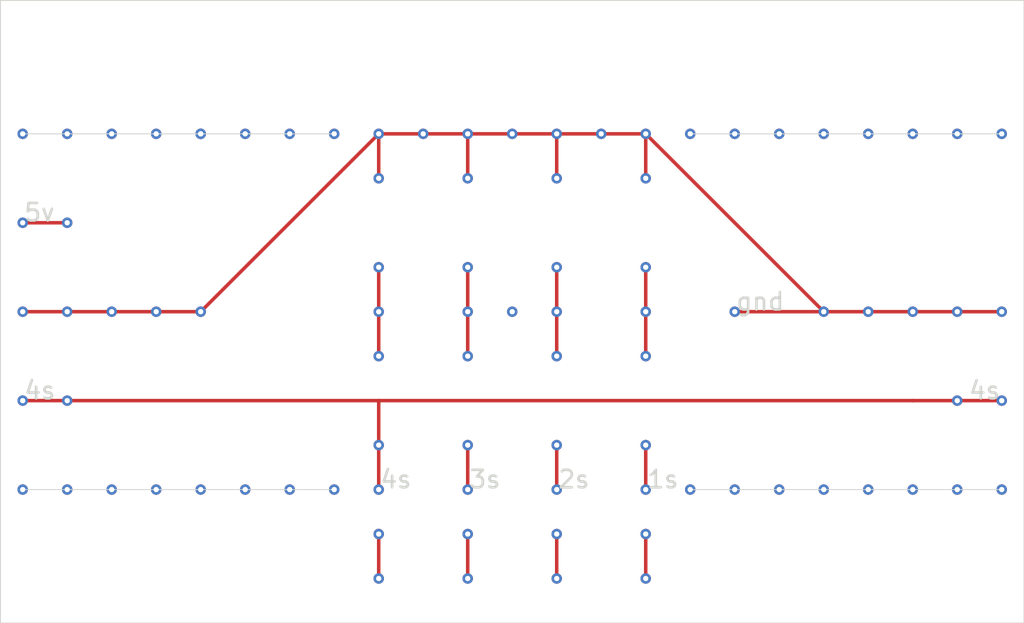
<source format=kicad_pcb>
(kicad_pcb
	(version 20240108)
	(generator "pcbnew")
	(generator_version "8.0")
	(general
		(thickness 1.6)
		(legacy_teardrops no)
	)
	(paper "A4")
	(layers
		(0 "F.Cu" signal)
		(31 "B.Cu" signal)
		(32 "B.Adhes" user "B.Adhesive")
		(33 "F.Adhes" user "F.Adhesive")
		(34 "B.Paste" user)
		(35 "F.Paste" user)
		(36 "B.SilkS" user "B.Silkscreen")
		(37 "F.SilkS" user "F.Silkscreen")
		(38 "B.Mask" user)
		(39 "F.Mask" user)
		(40 "Dwgs.User" user "User.Drawings")
		(41 "Cmts.User" user "User.Comments")
		(42 "Eco1.User" user "User.Eco1")
		(43 "Eco2.User" user "User.Eco2")
		(44 "Edge.Cuts" user)
		(45 "Margin" user)
		(46 "B.CrtYd" user "B.Courtyard")
		(47 "F.CrtYd" user "F.Courtyard")
		(48 "B.Fab" user)
		(49 "F.Fab" user)
		(50 "User.1" user)
		(51 "User.2" user)
		(52 "User.3" user)
		(53 "User.4" user)
		(54 "User.5" user)
		(55 "User.6" user)
		(56 "User.7" user)
		(57 "User.8" user)
		(58 "User.9" user)
	)
	(setup
		(pad_to_mask_clearance 0)
		(allow_soldermask_bridges_in_footprints no)
		(pcbplotparams
			(layerselection 0x00010fc_ffffffff)
			(plot_on_all_layers_selection 0x0000000_00000000)
			(disableapertmacros no)
			(usegerberextensions no)
			(usegerberattributes yes)
			(usegerberadvancedattributes yes)
			(creategerberjobfile yes)
			(dashed_line_dash_ratio 12.000000)
			(dashed_line_gap_ratio 3.000000)
			(svgprecision 4)
			(plotframeref no)
			(viasonmask no)
			(mode 1)
			(useauxorigin no)
			(hpglpennumber 1)
			(hpglpenspeed 20)
			(hpglpendiameter 15.000000)
			(pdf_front_fp_property_popups yes)
			(pdf_back_fp_property_popups yes)
			(dxfpolygonmode yes)
			(dxfimperialunits yes)
			(dxfusepcbnewfont yes)
			(psnegative no)
			(psa4output no)
			(plotreference yes)
			(plotvalue yes)
			(plotfptext yes)
			(plotinvisibletext no)
			(sketchpadsonfab no)
			(subtractmaskfromsilk no)
			(outputformat 1)
			(mirror no)
			(drillshape 1)
			(scaleselection 1)
			(outputdirectory "")
		)
	)
	(net 0 "")
	(gr_line
		(start 182.88 88.9)
		(end 165.1 88.9)
		(stroke
			(width 0.05)
			(type default)
		)
		(layer "Edge.Cuts")
		(uuid "2073f8fa-1799-4602-a168-730710b86766")
	)
	(gr_line
		(start 184.15 116.84)
		(end 125.73 116.84)
		(stroke
			(width 0.05)
			(type default)
		)
		(layer "Edge.Cuts")
		(uuid "bb0095b3-9bd9-412e-a1f8-d1f6b76969fa")
	)
	(gr_line
		(start 165.1 109.22)
		(end 182.88 109.22)
		(stroke
			(width 0.05)
			(type default)
		)
		(layer "Edge.Cuts")
		(uuid "da6a338b-f597-4fa7-8e61-b0db591f302d")
	)
	(gr_line
		(start 127 109.22)
		(end 144.78 109.22)
		(stroke
			(width 0.05)
			(type default)
		)
		(layer "Edge.Cuts")
		(uuid "da7dc1e7-2e97-44c1-8a5b-dd2cb3639190")
	)
	(gr_line
		(start 144.78 88.9)
		(end 127 88.9)
		(stroke
			(width 0.05)
			(type default)
		)
		(layer "Edge.Cuts")
		(uuid "e0c36056-04b8-40c4-b70b-c08a59835c11")
	)
	(gr_line
		(start 125.73 116.84)
		(end 125.73 81.28)
		(stroke
			(width 0.05)
			(type default)
		)
		(layer "Edge.Cuts")
		(uuid "e823d117-7d42-4c6e-bbe4-0b7f07ff3b7c")
	)
	(gr_line
		(start 125.73 81.28)
		(end 184.15 81.28)
		(stroke
			(width 0.05)
			(type default)
		)
		(layer "Edge.Cuts")
		(uuid "f2febaeb-0617-4600-a65f-8627b8c6d8ff")
	)
	(gr_line
		(start 184.15 81.28)
		(end 184.15 116.84)
		(stroke
			(width 0.05)
			(type default)
		)
		(layer "Edge.Cuts")
		(uuid "faaf67e5-1bbd-4b03-b74e-7657470d808c")
	)
	(gr_text "4s"
		(at 147.32 109.22 0)
		(layer "Edge.Cuts")
		(uuid "183e4e35-7279-4f72-87b4-934093ff19a8")
		(effects
			(font
				(size 1 1)
				(thickness 0.15)
			)
			(justify left bottom)
		)
	)
	(gr_text "gnd"
		(at 167.64 99.06 0)
		(layer "Edge.Cuts")
		(uuid "921eb611-d7ef-4c33-a669-c105c185d36e")
		(effects
			(font
				(size 1 1)
				(thickness 0.15)
			)
			(justify left bottom)
		)
	)
	(gr_text "4s"
		(at 127 104.14 0)
		(layer "Edge.Cuts")
		(uuid "9af4243f-9baa-47b8-82dc-e89d0959842c")
		(effects
			(font
				(size 1 1)
				(thickness 0.15)
			)
			(justify left bottom)
		)
	)
	(gr_text "1s"
		(at 162.56 109.22 0)
		(layer "Edge.Cuts")
		(uuid "b0b941f7-2091-4e1a-8ef7-7e0eca3ba348")
		(effects
			(font
				(size 1 1)
				(thickness 0.15)
			)
			(justify left bottom)
		)
	)
	(gr_text "5v"
		(at 127 93.98 0)
		(layer "Edge.Cuts")
		(uuid "c71c1a77-d40e-4700-b2e0-cc3462d5b337")
		(effects
			(font
				(size 1 1)
				(thickness 0.15)
			)
			(justify left bottom)
		)
	)
	(gr_text "2s"
		(at 157.48 109.22 0)
		(layer "Edge.Cuts")
		(uuid "d25a5870-fa40-4b04-9743-d1f20d6f7aad")
		(effects
			(font
				(size 1 1)
				(thickness 0.15)
			)
			(justify left bottom)
		)
	)
	(gr_text "4s"
		(at 182.88 104.14 0)
		(layer "Edge.Cuts")
		(uuid "d496af10-670a-4f4f-9649-975a04ce09e7")
		(effects
			(font
				(size 1 1)
				(thickness 0.15)
			)
			(justify right bottom)
		)
	)
	(gr_text "3s"
		(at 152.4 109.22 0)
		(layer "Edge.Cuts")
		(uuid "ed6b2048-ac6b-4ccf-a89e-d799527ae4ad")
		(effects
			(font
				(size 1 1)
				(thickness 0.15)
			)
			(justify left bottom)
		)
	)
	(segment
		(start 160.02 88.9)
		(end 157.48 88.9)
		(width 0.2)
		(layer "F.Cu")
		(net 0)
		(uuid "02d1768d-3f60-4da8-9111-4b67c23ffde7")
	)
	(segment
		(start 157.48 88.9)
		(end 154.94 88.9)
		(width 0.2)
		(layer "F.Cu")
		(net 0)
		(uuid "0fc76a7f-8e56-462e-aeaf-b1eaac55a3eb")
	)
	(segment
		(start 154.94 88.9)
		(end 152.4 88.9)
		(width 0.2)
		(layer "F.Cu")
		(net 0)
		(uuid "18701bb9-8a9f-43c2-ae46-34729cac2d40")
	)
	(segment
		(start 127 104.14)
		(end 129.54 104.14)
		(width 0.2)
		(layer "F.Cu")
		(net 0)
		(uuid "18856d98-8380-4bc5-a577-e1f35d150cdd")
	)
	(segment
		(start 162.56 96.52)
		(end 162.56 101.6)
		(width 0.2)
		(layer "F.Cu")
		(net 0)
		(uuid "18a6a145-b478-4e98-a045-f1c340982a28")
	)
	(segment
		(start 160.02 88.9)
		(end 162.56 88.9)
		(width 0.2)
		(layer "F.Cu")
		(net 0)
		(uuid "19cd2741-8674-49d7-983a-8d5b2c85baed")
	)
	(segment
		(start 162.56 106.68)
		(end 162.56 109.22)
		(width 0.2)
		(layer "F.Cu")
		(net 0)
		(uuid "1c5195c5-4eed-4fec-8ed2-2a235b726551")
	)
	(segment
		(start 152.4 88.9)
		(end 152.4 91.44)
		(width 0.2)
		(layer "F.Cu")
		(net 0)
		(uuid "22558ab5-55bb-413b-94e8-0344f3eb9e1e")
	)
	(segment
		(start 147.32 88.9)
		(end 137.16 99.06)
		(width 0.2)
		(layer "F.Cu")
		(net 0)
		(uuid "2428a081-139a-4149-a824-c801df68ec3a")
	)
	(segment
		(start 180.34 104.14)
		(end 182.88 104.14)
		(width 0.2)
		(layer "F.Cu")
		(net 0)
		(uuid "28bfe665-57ef-47a0-a885-447dc869e60c")
	)
	(segment
		(start 172.72 99.06)
		(end 175.26 99.06)
		(width 0.2)
		(layer "F.Cu")
		(net 0)
		(uuid "33ba8014-018f-44eb-9987-33c4a7af19a0")
	)
	(segment
		(start 175.26 99.06)
		(end 177.8 99.06)
		(width 0.2)
		(layer "F.Cu")
		(net 0)
		(uuid "3c702275-8d94-42f3-aaef-20a0547f7e32")
	)
	(segment
		(start 147.32 88.9)
		(end 147.32 91.44)
		(width 0.2)
		(layer "F.Cu")
		(net 0)
		(uuid "3d919c72-0c28-49bd-ab37-585a8f73360d")
	)
	(segment
		(start 147.32 104.14)
		(end 147.32 106.68)
		(width 0.2)
		(layer "F.Cu")
		(net 0)
		(uuid "48aa8fcb-34cb-493c-978e-deb5add3be5e")
	)
	(segment
		(start 167.64 99.06)
		(end 172.72 99.06)
		(width 0.2)
		(layer "F.Cu")
		(net 0)
		(uuid "4a779210-9764-436b-bb74-c094b326c4ba")
	)
	(segment
		(start 157.48 111.76)
		(end 157.48 114.3)
		(width 0.2)
		(layer "F.Cu")
		(net 0)
		(uuid "4c84f80b-6c6b-4008-8bf0-0145e402bb6a")
	)
	(segment
		(start 157.48 96.52)
		(end 157.48 101.6)
		(width 0.2)
		(layer "F.Cu")
		(net 0)
		(uuid "4e077af4-4325-42bc-ba60-73ea56a3ecbe")
	)
	(segment
		(start 152.4 96.52)
		(end 152.4 101.6)
		(width 0.2)
		(layer "F.Cu")
		(net 0)
		(uuid "5603608b-3c9b-4f32-8f71-960d95b9b531")
	)
	(segment
		(start 129.54 104.14)
		(end 147.32 104.14)
		(width 0.2)
		(layer "F.Cu")
		(net 0)
		(uuid "5880c01a-7f2e-47cf-8673-bae678a30064")
	)
	(segment
		(start 134.62 99.06)
		(end 132.08 99.06)
		(width 0.2)
		(layer "F.Cu")
		(net 0)
		(uuid "620d421b-e0c1-4533-b3d2-c666359bbd82")
	)
	(segment
		(start 152.4 109.22)
		(end 152.4 106.68)
		(width 0.2)
		(layer "F.Cu")
		(net 0)
		(uuid "78c96a86-4098-4ccb-beee-81cb4a66ef2c")
	)
	(segment
		(start 152.4 111.76)
		(end 152.4 114.3)
		(width 0.2)
		(layer "F.Cu")
		(net 0)
		(uuid "7b438174-255b-4042-9d81-3057ca6f6355")
	)
	(segment
		(start 162.56 111.76)
		(end 162.56 114.3)
		(width 0.2)
		(layer "F.Cu")
		(net 0)
		(uuid "7f48e7c8-6746-47a0-bfda-505fcc085a14")
	)
	(segment
		(start 132.08 99.06)
		(end 129.54 99.06)
		(width 0.2)
		(layer "F.Cu")
		(net 0)
		(uuid "8157d320-b02d-48ec-bbdb-36112862e10e")
	)
	(segment
		(start 180.34 99.06)
		(end 182.88 99.06)
		(width 0.2)
		(layer "F.Cu")
		(net 0)
		(uuid "857249f3-18a4-4d4c-b0de-cc34c143bda7")
	)
	(segment
		(start 147.32 96.52)
		(end 147.32 101.6)
		(width 0.2)
		(layer "F.Cu")
		(net 0)
		(uuid "8c2bea2d-7a5c-4f68-be0f-c328508e52a6")
	)
	(segment
		(start 127 93.98)
		(end 129.54 93.98)
		(width 0.2)
		(layer "F.Cu")
		(net 0)
		(uuid "9bb36a91-8955-4f48-b6c8-b948e46e8f29")
	)
	(segment
		(start 147.32 109.22)
		(end 147.32 106.68)
		(width 0.2)
		(layer "F.Cu")
		(net 0)
		(uuid "a921abff-5eff-407a-aa0d-911fc536a5c4")
	)
	(segment
		(start 149.86 88.9)
		(end 147.32 88.9)
		(width 0.2)
		(layer "F.Cu")
		(net 0)
		(uuid "a994237e-bbb0-4ea4-83bf-401d864a159d")
	)
	(segment
		(start 157.48 106.68)
		(end 157.48 109.22)
		(width 0.2)
		(layer "F.Cu")
		(net 0)
		(uuid "af5aa096-b661-4289-988c-04ba45316ac2")
	)
	(segment
		(start 147.32 111.76)
		(end 147.32 114.3)
		(width 0.2)
		(layer "F.Cu")
		(net 0)
		(uuid "b8517693-890c-4f8c-b5b3-bc1a4783e8f7")
	)
	(segment
		(start 177.8 99.06)
		(end 180.34 99.06)
		(width 0.2)
		(layer "F.Cu")
		(net 0)
		(uuid "bd6b3559-b86d-49f4-8dd9-d17ad599fd9d")
	)
	(segment
		(start 129.54 99.06)
		(end 127 99.06)
		(width 0.2)
		(layer "F.Cu")
		(net 0)
		(uuid "c181d651-b28b-4722-a80b-4522c8a13ca2")
	)
	(segment
		(start 162.56 91.44)
		(end 162.56 88.9)
		(width 0.2)
		(layer "F.Cu")
		(net 0)
		(uuid "d3f3e33c-ce52-4b31-84eb-49de42969fee")
	)
	(segment
		(start 147.32 104.14)
		(end 177.8 104.14)
		(width 0.2)
		(layer "F.Cu")
		(net 0)
		(uuid "d68013e1-4e5c-499a-a4f7-fcd1b61c2855")
	)
	(segment
		(start 137.16 99.06)
		(end 134.62 99.06)
		(width 0.2)
		(layer "F.Cu")
		(net 0)
		(uuid "df195363-afa8-408b-9ba4-9612edb8498a")
	)
	(segment
		(start 152.4 88.9)
		(end 149.86 88.9)
		(width 0.2)
		(layer "F.Cu")
		(net 0)
		(uuid "e1d8f41f-da5d-496d-b184-f2b950d454fc")
	)
	(segment
		(start 157.48 91.44)
		(end 157.48 88.9)
		(width 0.2)
		(layer "F.Cu")
		(net 0)
		(uuid "ee56d195-2b4a-44aa-a500-1243112f9d3f")
	)
	(segment
		(start 177.8 104.14)
		(end 180.34 104.14)
		(width 0.2)
		(layer "F.Cu")
		(net 0)
		(uuid "ef29be9a-5b17-4f78-8a60-3604e77e9cea")
	)
	(segment
		(start 172.72 99.06)
		(end 162.56 88.9)
		(width 0.2)
		(layer "F.Cu")
		(net 0)
		(uuid "fbb0a0d7-cc85-4445-95e6-4f73d2043431")
	)
	(via
		(at 167.64 99.06)
		(size 0.6)
		(drill 0.3)
		(layers "F.Cu" "B.Cu")
		(net 0)
		(uuid "030bd1df-6b6d-460e-99c1-cd1842335417")
	)
	(via
		(at 172.72 109.22)
		(size 0.6)
		(drill 0.3)
		(layers "F.Cu" "B.Cu")
		(net 0)
		(uuid "0540f32f-6601-4709-8952-5f26bc6cc603")
	)
	(via
		(at 162.56 91.44)
		(size 0.6)
		(drill 0.3)
		(layers "F.Cu" "B.Cu")
		(net 0)
		(uuid "0cf2d13f-ad65-466f-935e-83f8b3238d52")
	)
	(via
		(at 157.48 109.22)
		(size 0.6)
		(drill 0.3)
		(layers "F.Cu" "B.Cu")
		(net 0)
		(uuid "0df4fb90-607d-4473-9e0d-6365e33ef17b")
	)
	(via
		(at 162.56 88.9)
		(size 0.6)
		(drill 0.3)
		(layers "F.Cu" "B.Cu")
		(net 0)
		(uuid "0e982e34-de8f-4a34-97eb-1dba7d465b2b")
	)
	(via
		(at 152.4 106.68)
		(size 0.6)
		(drill 0.3)
		(layers "F.Cu" "B.Cu")
		(net 0)
		(uuid "1068c462-0b34-4d3c-80d4-b30954f73738")
	)
	(via
		(at 147.32 99.06)
		(size 0.6)
		(drill 0.3)
		(layers "F.Cu" "B.Cu")
		(net 0)
		(uuid "10c85fa4-b476-4314-8fc2-23acdf6e9b5c")
	)
	(via
		(at 152.4 88.9)
		(size 0.6)
		(drill 0.3)
		(layers "F.Cu" "B.Cu")
		(net 0)
		(uuid "1a8217af-68f8-452b-aab9-00b88d5a196b")
	)
	(via
		(at 157.48 101.6)
		(size 0.6)
		(drill 0.3)
		(layers "F.Cu" "B.Cu")
		(net 0)
		(uuid "1cea5c78-98c6-48e7-9a06-d3853438575b")
	)
	(via
		(at 152.4 114.3)
		(size 0.6)
		(drill 0.3)
		(layers "F.Cu" "B.Cu")
		(net 0)
		(uuid "231ca6f8-a7cb-47ea-92aa-69cbbc675db5")
	)
	(via
		(at 147.32 109.22)
		(size 0.6)
		(drill 0.3)
		(layers "F.Cu" "B.Cu")
		(net 0)
		(uuid "29733061-f3e7-4cc1-a89f-00fbf321deea")
	)
	(via
		(at 157.48 91.44)
		(size 0.6)
		(drill 0.3)
		(layers "F.Cu" "B.Cu")
		(net 0)
		(uuid "2ac919ed-35ca-4bf3-b8be-0451b8264205")
	)
	(via
		(at 127 88.9)
		(size 0.6)
		(drill 0.3)
		(layers "F.Cu" "B.Cu")
		(net 0)
		(uuid "2cab594f-bcd2-41c1-84f0-503c00da6dc9")
	)
	(via
		(at 182.88 88.9)
		(size 0.6)
		(drill 0.3)
		(layers "F.Cu" "B.Cu")
		(net 0)
		(uuid "2f6b20cb-756b-418d-b1db-cd58a574e716")
	)
	(via
		(at 129.54 104.14)
		(size 0.6)
		(drill 0.3)
		(layers "F.Cu" "B.Cu")
		(net 0)
		(uuid "32a100f2-e909-41a4-a1a9-bd85b2986076")
	)
	(via
		(at 175.26 99.06)
		(size 0.6)
		(drill 0.3)
		(layers "F.Cu" "B.Cu")
		(net 0)
		(uuid "36026fd1-36c8-4eec-bfaa-047dcc1a1ec6")
	)
	(via
		(at 134.62 99.06)
		(size 0.6)
		(drill 0.3)
		(layers "F.Cu" "B.Cu")
		(net 0)
		(uuid "3bf139e3-9239-40b4-a81d-ab399db7a3f9")
	)
	(via
		(at 177.8 99.06)
		(size 0.6)
		(drill 0.3)
		(layers "F.Cu" "B.Cu")
		(net 0)
		(uuid "3d1fc549-468e-4310-a004-895cf17dbc94")
	)
	(via
		(at 127 104.14)
		(size 0.6)
		(drill 0.3)
		(layers "F.Cu" "B.Cu")
		(net 0)
		(uuid "3eb08e0d-2264-4596-b816-ff82f85f6bfe")
	)
	(via
		(at 137.16 88.9)
		(size 0.6)
		(drill 0.3)
		(layers "F.Cu" "B.Cu")
		(net 0)
		(uuid "425bd672-6fb3-485a-bd6f-489e0fc9d9f6")
	)
	(via
		(at 157.48 99.06)
		(size 0.6)
		(drill 0.3)
		(layers "F.Cu" "B.Cu")
		(net 0)
		(uuid "4635408c-bdf4-44f7-ad1d-cbe373d23755")
	)
	(via
		(at 162.56 109.22)
		(size 0.6)
		(drill 0.3)
		(layers "F.Cu" "B.Cu")
		(net 0)
		(uuid "471e8155-24be-4d30-af37-3b3c7616cfa7")
	)
	(via
		(at 167.64 88.9)
		(size 0.6)
		(drill 0.3)
		(layers "F.Cu" "B.Cu")
		(net 0)
		(uuid "4ac37c79-3851-4a52-847d-96c724f8ce93")
	)
	(via
		(at 180.34 99.06)
		(size 0.6)
		(drill 0.3)
		(layers "F.Cu" "B.Cu")
		(net 0)
		(uuid "56be2d3e-c8e3-4f0b-801e-e27c7daf94cc")
	)
	(via
		(at 137.16 99.06)
		(size 0.6)
		(drill 0.3)
		(layers "F.Cu" "B.Cu")
		(net 0)
		(uuid "5a20147c-5f9d-4f70-8cfb-04dc82702ec0")
	)
	(via
		(at 180.34 104.14)
		(size 0.6)
		(drill 0.3)
		(layers "F.Cu" "B.Cu")
		(net 0)
		(uuid "5eeda508-c9bd-481f-80e7-1f389d62ab5d")
	)
	(via
		(at 152.4 91.44)
		(size 0.6)
		(drill 0.3)
		(layers "F.Cu" "B.Cu")
		(net 0)
		(uuid "605cb31e-72fc-438a-9e7e-dd7db93559f5")
	)
	(via
		(at 170.18 88.9)
		(size 0.6)
		(drill 0.3)
		(layers "F.Cu" "B.Cu")
		(net 0)
		(uuid "632a5609-32fb-4e2e-96c2-010afbb94c84")
	)
	(via
		(at 182.88 109.22)
		(size 0.6)
		(drill 0.3)
		(layers "F.Cu" "B.Cu")
		(net 0)
		(uuid "649279dc-b6d8-4b34-b738-9d676653b6d0")
	)
	(via
		(at 167.64 109.22)
		(size 0.6)
		(drill 0.3)
		(layers "F.Cu" "B.Cu")
		(net 0)
		(uuid "659acc93-17b9-4dcc-b424-595e93d439d9")
	)
	(via
		(at 127 109.22)
		(size 0.6)
		(drill 0.3)
		(layers "F.Cu" "B.Cu")
		(net 0)
		(uuid "6d6bb6c7-f3b6-4e82-a9e2-8b3154543a0b")
	)
	(via
		(at 162.56 111.76)
		(size 0.6)
		(drill 0.3)
		(layers "F.Cu" "B.Cu")
		(net 0)
		(uuid "6db42ffa-4602-4461-92e7-4ba963e2d359")
	)
	(via
		(at 137.16 109.22)
		(size 0.6)
		(drill 0.3)
		(layers "F.Cu" "B.Cu")
		(net 0)
		(uuid "6e503ec0-474e-4521-90f1-5b5e82a74dcd")
	)
	(via
		(at 132.08 99.06)
		(size 0.6)
		(drill 0.3)
		(layers "F.Cu" "B.Cu")
		(net 0)
		(uuid "6f5815fe-2199-4549-bac5-c8687b1865f0")
	)
	(via
		(at 152.4 101.6)
		(size 0.6)
		(drill 0.3)
		(layers "F.Cu" "B.Cu")
		(net 0)
		(uuid "711a20a6-3b6e-4c52-aceb-d2c7fc57adb5")
	)
	(via
		(at 160.02 88.9)
		(size 0.6)
		(drill 0.3)
		(layers "F.Cu" "B.Cu")
		(net 0)
		(uuid "727cb449-ea4e-46d1-97e2-35c4797a7c93")
	)
	(via
		(at 149.86 88.9)
		(size 0.6)
		(drill 0.3)
		(layers "F.Cu" "B.Cu")
		(net 0)
		(uuid "7eaa1037-c6f4-4f2d-b0ab-686de9f2a1e9")
	)
	(via
		(at 127 99.06)
		(size 0.6)
		(drill 0.3)
		(layers "F.Cu" "B.Cu")
		(net 0)
		(uuid "80d8db25-ed5c-44a5-b56c-b22463bfa95f")
	)
	(via
		(at 152.4 96.52)
		(size 0.6)
		(drill 0.3)
		(layers "F.Cu" "B.Cu")
		(net 0)
		(uuid "8180230c-d1f3-41a4-af3f-c7df55e7c38c")
	)
	(via
		(at 157.48 96.52)
		(size 0.6)
		(drill 0.3)
		(layers "F.Cu" "B.Cu")
		(net 0)
		(uuid "822bc2af-63a6-4bd7-8730-b1dc716ce894")
	)
	(via
		(at 129.54 99.06)
		(size 0.6)
		(drill 0.3)
		(layers "F.Cu" "B.Cu")
		(net 0)
		(uuid "824bf5aa-ed59-47c2-9f9a-a594f80e749e")
	)
	(via
		(at 147.32 101.6)
		(size 0.6)
		(drill 0.3)
		(layers "F.Cu" "B.Cu")
		(net 0)
		(uuid "82b32a1a-b8fd-4053-a736-22de8a09eb97")
	)
	(via
		(at 172.72 99.06)
		(size 0.6)
		(drill 0.3)
		(layers "F.Cu" "B.Cu")
		(net 0)
		(uuid "82fe02b2-2ee6-4f16-9cf6-37d7434f4acf")
	)
	(via
		(at 147.32 111.76)
		(size 0.6)
		(drill 0.3)
		(layers "F.Cu" "B.Cu")
		(net 0)
		(uuid "8321c823-23db-4740-bf90-6db7477cd886")
	)
	(via
		(at 147.32 91.44)
		(size 0.6)
		(drill 0.3)
		(layers "F.Cu" "B.Cu")
		(net 0)
		(uuid "837071ab-6ee5-41f6-a81c-52c70cfd09c9")
	)
	(via
		(at 139.7 109.22)
		(size 0.6)
		(drill 0.3)
		(layers "F.Cu" "B.Cu")
		(net 0)
		(uuid "837b5b38-607c-4736-bb19-5eaca68b338b")
	)
	(via
		(at 134.62 109.22)
		(size 0.6)
		(drill 0.3)
		(layers "F.Cu" "B.Cu")
		(net 0)
		(uuid "910d68b0-fccc-4a8d-99d9-416ecb18f551")
	)
	(via
		(at 144.78 88.9)
		(size 0.6)
		(drill 0.3)
		(layers "F.Cu" "B.Cu")
		(net 0)
		(uuid "91cf4c48-8c01-4f4b-8c7f-b7b1b520a24a")
	)
	(via
		(at 162.56 114.3)
		(size 0.6)
		(drill 0.3)
		(layers "F.Cu" "B.Cu")
		(net 0)
		(uuid "9407c9ec-d9b0-47c8-88d3-c524ca6fec86")
	)
	(via
		(at 152.4 99.06)
		(size 0.6)
		(drill 0.3)
		(layers "F.Cu" "B.Cu")
		(net 0)
		(uuid "9488cef7-c062-47c3-b2b8-0bd232e0e1ca")
	)
	(via
		(at 162.56 96.52)
		(size 0.6)
		(drill 0.3)
		(layers "F.Cu" "B.Cu")
		(net 0)
		(uuid "95424d10-9549-4a49-bbe4-cdbeb1c76871")
	)
	(via
		(at 137.16 88.9)
		(size 0.6)
		(drill 0.3)
		(layers "F.Cu" "B.Cu")
		(net 0)
		(uuid "959c7601-96a7-48d0-aac5-8c9a17b82783")
	)
	(via
		(at 142.24 109.22)
		(size 0.6)
		(drill 0.3)
		(layers "F.Cu" "B.Cu")
		(net 0)
		(uuid "9a1aa870-adb9-43f7-82d9-7d5821dd4052")
	)
	(via
		(at 139.7 88.9)
		(size 0.6)
		(drill 0.3)
		(layers "F.Cu" "B.Cu")
		(net 0)
		(uuid "9b33a15d-b327-4673-b16e-3916858cd788")
	)
	(via
		(at 170.18 109.22)
		(size 0.6)
		(drill 0.3)
		(layers "F.Cu" "B.Cu")
		(net 0)
		(uuid "9b606a53-a644-4f95-8f84-d356ce37d8bb")
	)
	(via
		(at 134.62 88.9)
		(size 0.6)
		(drill 0.3)
		(layers "F.Cu" "B.Cu")
		(net 0)
		(uuid "9ca6ed67-b268-4a97-87d4-26c3025cf008")
	)
	(via
		(at 175.26 88.9)
		(size 0.6)
		(drill 0.3)
		(layers "F.Cu" "B.Cu")
		(net 0)
		(uuid "a0227e51-8d8d-449b-b157-241b42ea5f89")
	)
	(via
		(at 172.72 88.9)
		(size 0.6)
		(drill 0.3)
		(layers "F.Cu" "B.Cu")
		(net 0)
		(uuid "a3998761-42b5-4540-967b-1a777db8d1a4")
	)
	(via
		(at 162.56 99.06)
		(size 0.6)
		(drill 0.3)
		(layers "F.Cu" "B.Cu")
		(net 0)
		(uuid "a4563584-3c0c-4d13-90b8-ca231ad9b9bb")
	)
	(via
		(at 152.4 111.76)
		(size 0.6)
		(drill 0.3)
		(layers "F.Cu" "B.Cu")
		(net 0)
		(uuid "a55396f8-e258-4906-b357-ff87638effba")
	)
	(via
		(at 157.48 88.9)
		(size 0.6)
		(drill 0.3)
		(layers "F.Cu" "B.Cu")
		(net 0)
		(uuid "a8e38979-2528-4736-9e31-2f55e46a1815")
	)
	(via
		(at 165.1 88.9)
		(size 0.6)
		(drill 0.3)
		(layers "F.Cu" "B.Cu")
		(net 0)
		(uuid "ab2f136e-7e2f-4985-b998-91c4561deae8")
	)
	(via
		(at 165.1 109.22)
		(size 0.6)
		(drill 0.3)
		(layers "F.Cu" "B.Cu")
		(net 0)
		(uuid "aff6a7f0-e39a-46bd-964e-994beb57ebed")
	)
	(via
		(at 162.56 101.6)
		(size 0.6)
		(drill 0.3)
		(layers "F.Cu" "B.Cu")
		(net 0)
		(uuid "b1ad55db-12c7-4a8f-b34e-422158f8af00")
	)
	(via
		(at 147.32 106.68)
		(size 0.6)
		(drill 0.3)
		(layers "F.Cu" "B.Cu")
		(net 0)
		(uuid "b5c7f9c1-68be-4db8-a286-4b7154c774fe")
	)
	(via
		(at 154.94 99.06)
		(size 0.6)
		(drill 0.3)
		(layers "F.Cu" "B.Cu")
		(net 0)
		(uuid "b9bb3e30-7e26-4bad-b66c-14e301bd73ba")
	)
	(via
		(at 182.88 99.06)
		(size 0.6)
		(drill 0.3)
		(layers "F.Cu" "B.Cu")
		(net 0)
		(uuid "be154de1-021e-4d7d-a667-b790ad28fe82")
	)
	(via
		(at 127 93.98)
		(size 0.6)
		(drill 0.3)
		(layers "F.Cu" "B.Cu")
		(net 0)
		(uuid "c03b3189-1852-4608-9db3-f87ef751549b")
	)
	(via
		(at 132.08 109.22)
		(size 0.6)
		(drill 0.3)
		(layers "F.Cu" "B.Cu")
		(net 0)
		(uuid "c1b4495b-2893-4879-91a0-b12c18a9c373")
	)
	(via
		(at 144.78 109.22)
		(size 0.6)
		(drill 0.3)
		(layers "F.Cu" "B.Cu")
		(net 0)
		(uuid "c34e0492-6401-41d2-8ab3-43540153059f")
	)
	(via
		(at 142.24 88.9)
		(size 0.6)
		(drill 0.3)
		(layers "F.Cu" "B.Cu")
		(net 0)
		(uuid "cabf59bd-5ec2-4873-95d3-89b4fdacbbd7")
	)
	(via
		(at 154.94 88.9)
		(size 0.6)
		(drill 0.3)
		(layers "F.Cu" "B.Cu")
		(net 0)
		(uuid "cb503d77-792e-4167-90e7-06d36aba6ec8")
	)
	(via
		(at 157.48 106.68)
		(size 0.6)
		(drill 0.3)
		(layers "F.Cu" "B.Cu")
		(net 0)
		(uuid "d1150c10-1114-41da-abc7-a30202bf4112")
	)
	(via
		(at 129.54 88.9)
		(size 0.6)
		(drill 0.3)
		(layers "F.Cu" "B.Cu")
		(net 0)
		(uuid "d83a6dc5-0b77-4f55-b210-3a4cda735e73")
	)
	(via
		(at 157.48 114.3)
		(size 0.6)
		(drill 0.3)
		(layers "F.Cu" "B.Cu")
		(net 0)
		(uuid "dd02e9d4-783a-45d7-a056-7d17a07b51ed")
	)
	(via
		(at 162.56 106.68)
		(size 0.6)
		(drill 0.3)
		(layers "F.Cu" "B.Cu")
		(net 0)
		(uuid "ddcbf310-8874-4e8d-aa3d-d2544a49fd34")
	)
	(via
		(at 177.8 109.22)
		(size 0.6)
		(drill 0.3)
		(layers "F.Cu" "B.Cu")
		(net 0)
		(uuid "e252752d-30f7-4cd7-8626-ee8f813d66b9")
	)
	(via
		(at 177.8 88.9)
		(size 0.6)
		(drill 0.3)
		(layers "F.Cu" "B.Cu")
		(net 0)
		(uuid "e89bba09-c41c-4319-964e-c207e1fa76d0")
	)
	(via
		(at 132.08 88.9)
		(size 0.6)
		(drill 0.3)
		(layers "F.Cu" "B.Cu")
		(net 0)
		(uuid "e8e7c2be-74dd-434c-bcfd-4d36abc14106")
	)
	(via
		(at 129.54 93.98)
		(size 0.6)
		(drill 0.3)
		(layers "F.Cu" "B.Cu")
		(net 0)
		(uuid "e9c00929-f832-4b87-9c96-303caafce80a")
	)
	(via
		(at 175.26 109.22)
		(size 0.6)
		(drill 0.3)
		(layers "F.Cu" "B.Cu")
		(net 0)
		(uuid "ebbfc5f1-00b8-431b-ae06-56fdb918f5c7")
	)
	(via
		(at 152.4 109.22)
		(size 0.6)
		(drill 0.3)
		(layers "F.Cu" "B.Cu")
		(net 0)
		(uuid "eed46b85-7cc3-4973-b5c3-9eb5d89ddb43")
	)
	(via
		(at 180.34 109.22)
		(size 0.6)
		(drill 0.3)
		(layers "F.Cu" "B.Cu")
		(net 0)
		(uuid "f0dc3d47-cb1e-418e-b9ae-809d9f4fa300")
	)
	(via
		(at 147.32 114.3)
		(size 0.6)
		(drill 0.3)
		(layers "F.Cu" "B.Cu")
		(net 0)
		(uuid "f107b23f-b0cd-433f-a15a-7479827f7a5b")
	)
	(via
		(at 147.32 96.52)
		(size 0.6)
		(drill 0.3)
		(layers "F.Cu" "B.Cu")
		(net 0)
		(uuid "f184de1b-9241-43e5-a2b0-1a26901522c5")
	)
	(via
		(at 147.32 88.9)
		(size 0.6)
		(drill 0.3)
		(layers "F.Cu" "B.Cu")
		(net 0)
		(uuid "f416b3d0-92b7-4550-beb5-9b356cde3f17")
	)
	(via
		(at 182.88 104.14)
		(size 0.6)
		(drill 0.3)
		(layers "F.Cu" "B.Cu")
		(net 0)
		(uuid "f722be89-1508-4884-a5a2-89596abc8f8b")
	)
	(via
		(at 180.34 88.9)
		(size 0.6)
		(drill 0.3)
		(layers "F.Cu" "B.Cu")
		(net 0)
		(uuid "f9d04860-11bc-4ae3-b50c-f77b2e0cffad")
	)
	(via
		(at 129.54 109.22)
		(size 0.6)
		(drill 0.3)
		(layers "F.Cu" "B.Cu")
		(net 0)
		(uuid "fa9d407e-82a5-4784-a138-00af9e1454f2")
	)
	(via
		(at 157.48 111.76)
		(size 0.6)
		(drill 0.3)
		(layers "F.Cu" "B.Cu")
		(net 0)
		(uuid "ffa0d7f9-bd17-4305-a3a9-92d3d2c22a4d")
	)
)

</source>
